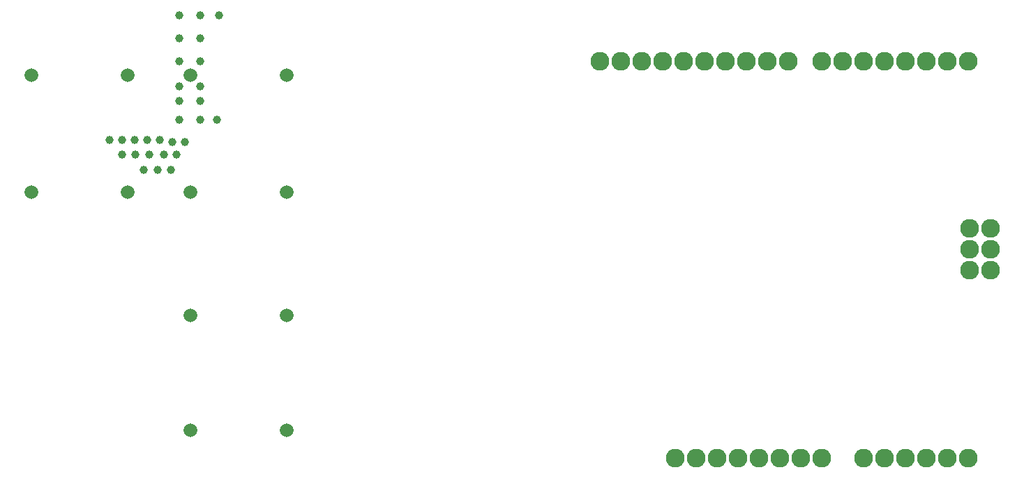
<source format=gbs>
G04 #@! TF.FileFunction,Soldermask,Bot*
%FSLAX46Y46*%
G04 Gerber Fmt 4.6, Leading zero omitted, Abs format (unit mm)*
G04 Created by KiCad (PCBNEW 4.0.2+dfsg1-stable) date vie 26 may 2017 18:32:50 CEST*
%MOMM*%
G01*
G04 APERTURE LIST*
%ADD10C,0.100000*%
%ADD11C,1.000000*%
%ADD12C,2.279600*%
%ADD13C,1.670000*%
G04 APERTURE END LIST*
D10*
D11*
X116878100Y-63982600D03*
X110909100Y-65506600D03*
X111925100Y-67411600D03*
X114338100Y-65506600D03*
X109258100Y-65506600D03*
X113576100Y-67411600D03*
X115354100Y-63982600D03*
X112306100Y-63728600D03*
X113830100Y-63728600D03*
X115227100Y-67411600D03*
X115862100Y-65506600D03*
X112560100Y-65506600D03*
X107734100Y-63728600D03*
X110782100Y-63728600D03*
X109258100Y-63728600D03*
X120815100Y-61315600D03*
X118783100Y-61315600D03*
X116243100Y-61315600D03*
X116243100Y-59029600D03*
X118783100Y-59029600D03*
X118783100Y-57251600D03*
X116243100Y-57251600D03*
X116243100Y-54203600D03*
X118783100Y-54203600D03*
X121069100Y-48615600D03*
X118783100Y-48615600D03*
X116243100Y-48615600D03*
X118783100Y-51409600D03*
X116243100Y-51409600D03*
D12*
X196761100Y-54203600D03*
X199301100Y-54203600D03*
X201841100Y-54203600D03*
X204381100Y-54203600D03*
X206921100Y-54203600D03*
X209461100Y-54203600D03*
X212001100Y-54203600D03*
X194221100Y-54203600D03*
X174917100Y-54203600D03*
X177457100Y-54203600D03*
X179997100Y-54203600D03*
X182537100Y-54203600D03*
X185077100Y-54203600D03*
X187617100Y-54203600D03*
X190157100Y-54203600D03*
X172377100Y-54203600D03*
X169837100Y-54203600D03*
X167297100Y-54203600D03*
X201841100Y-102463600D03*
X204381100Y-102463600D03*
X206921100Y-102463600D03*
X209461100Y-102463600D03*
X212001100Y-102463600D03*
X199301100Y-102463600D03*
X181521100Y-102463600D03*
X184061100Y-102463600D03*
X186601100Y-102463600D03*
X189141100Y-102463600D03*
X191681100Y-102463600D03*
X194221100Y-102463600D03*
X178981100Y-102463600D03*
X176441100Y-102463600D03*
X214668100Y-79603600D03*
X212128100Y-79603600D03*
X214668100Y-77063600D03*
X212128100Y-77063600D03*
X214668100Y-74523600D03*
X212128100Y-74523600D03*
D13*
X117574000Y-85090000D03*
X129314000Y-85090000D03*
X117574000Y-99060000D03*
X129314000Y-99060000D03*
X98270000Y-70104000D03*
X110010000Y-70104000D03*
X117574000Y-70104000D03*
X129314000Y-70104000D03*
X117574000Y-55880000D03*
X129314000Y-55880000D03*
X98270000Y-55880000D03*
X110010000Y-55880000D03*
M02*

</source>
